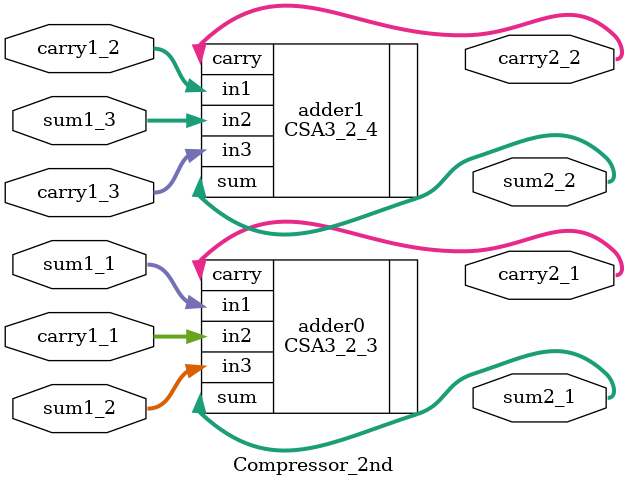
<source format=v>
/* The reproduction of Multer from wdzs

    This module is the second level of adder-tree.
    
    Version list:
    1st version
        2022/08/14 by winetrs wen
*/

module Compressor_2nd(
    // input
    sum1_1,
    carry1_1,
    sum1_2,
    carry1_2,
    sum1_3,
    carry1_3,
    // output
    sum2_1,
    carry2_1,
    sum2_2,
    carry2_2
);


input   [22:0]                                          sum1_1;
input   [24:0]                                          sum1_2;
input   [21:0]                                          sum1_3;			//LL0819
input   [20:0]                                          carry1_1;
input   [20:0]                                          carry1_2;
input   [19:0]                                          carry1_3;

output   [28:0]                                          sum2_1;		//LL0819
output   [25:0]                                          sum2_2;		//LL0819
output   [21:0]                                          carry2_1;		//LL0819
output   [21:0]                                          carry2_2;		//LL0819


CSA3_2_3 adder0(
    // input
    .in1                            (sum1_1),
    .in2                            (carry1_1),
    .in3                            (sum1_2),
    // output
    .sum                            (sum2_1),
    .carry                          (carry2_1)
);


CSA3_2_4 adder1(
    // input
    .in1                            (carry1_2),
    .in2                            (sum1_3),
    .in3                            (carry1_3),
    // output
    .sum                            (sum2_2),
    .carry                          (carry2_2)
);


endmodule

</source>
